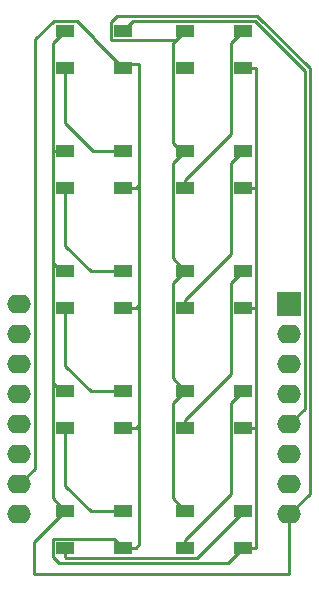
<source format=gbr>
%TF.GenerationSoftware,KiCad,Pcbnew,(5.1.7)-1*%
%TF.CreationDate,2020-11-03T00:11:48-08:00*%
%TF.ProjectId,testpcb,74657374-7063-4622-9e6b-696361645f70,rev?*%
%TF.SameCoordinates,Original*%
%TF.FileFunction,Copper,L1,Top*%
%TF.FilePolarity,Positive*%
%FSLAX46Y46*%
G04 Gerber Fmt 4.6, Leading zero omitted, Abs format (unit mm)*
G04 Created by KiCad (PCBNEW (5.1.7)-1) date 2020-11-03 00:11:48*
%MOMM*%
%LPD*%
G01*
G04 APERTURE LIST*
%TA.AperFunction,SMDPad,CuDef*%
%ADD10R,1.500000X1.000000*%
%TD*%
%TA.AperFunction,ComponentPad*%
%ADD11O,2.000000X1.600000*%
%TD*%
%TA.AperFunction,ComponentPad*%
%ADD12R,2.000000X2.000000*%
%TD*%
%TA.AperFunction,Conductor*%
%ADD13C,0.250000*%
%TD*%
G04 APERTURE END LIST*
D10*
%TO.P,devon,1*%
%TO.N,+3V3*%
X52160000Y-124130000D03*
%TO.P,devon,2*%
%TO.N,Net-(LED_Isabelle1-Pad4)*%
X52160000Y-127330000D03*
%TO.P,devon,4*%
%TO.N,Net-(amrita_led1-Pad2)*%
X57060000Y-124130000D03*
%TO.P,devon,3*%
%TO.N,GND*%
X57060000Y-127330000D03*
%TD*%
D11*
%TO.P,U1,16*%
%TO.N,Net-(U1-Pad16)*%
X48260000Y-116840000D03*
%TO.P,U1,15*%
%TO.N,Net-(U1-Pad15)*%
X48260000Y-119380000D03*
%TO.P,U1,14*%
%TO.N,Net-(U1-Pad14)*%
X48260000Y-121920000D03*
%TO.P,U1,13*%
%TO.N,Net-(U1-Pad13)*%
X48260000Y-124460000D03*
%TO.P,U1,12*%
%TO.N,Net-(R2-Pad1)*%
X48260000Y-127000000D03*
%TO.P,U1,11*%
%TO.N,Net-(R3-Pad1)*%
X48260000Y-129540000D03*
%TO.P,U1,10*%
%TO.N,GND*%
X48260000Y-132080000D03*
%TO.P,U1,9*%
%TO.N,Net-(U1-Pad9)*%
X48260000Y-134620000D03*
%TO.P,U1,8*%
%TO.N,+3V3*%
X71120000Y-134620000D03*
%TO.P,U1,7*%
%TO.N,Net-(U1-Pad7)*%
X71120000Y-132080000D03*
%TO.P,U1,6*%
%TO.N,Net-(U1-Pad6)*%
X71120000Y-129540000D03*
%TO.P,U1,5*%
%TO.N,led_sig_in*%
X71120000Y-127000000D03*
%TO.P,U1,4*%
%TO.N,Net-(U1-Pad4)*%
X71120000Y-124460000D03*
%TO.P,U1,3*%
%TO.N,Net-(R1-Pad1)*%
X71120000Y-121920000D03*
D12*
%TO.P,U1,1*%
%TO.N,Net-(U1-Pad1)*%
X71120000Y-116840000D03*
D11*
%TO.P,U1,2*%
%TO.N,Net-(U1-Pad2)*%
X71120000Y-119380000D03*
%TD*%
D10*
%TO.P,patrick,1*%
%TO.N,+3V3*%
X62320000Y-103810000D03*
%TO.P,patrick,2*%
%TO.N,Net-(billa_led1-Pad4)*%
X62320000Y-107010000D03*
%TO.P,patrick,4*%
%TO.N,Net-(gil_led1-Pad2)*%
X67220000Y-103810000D03*
%TO.P,patrick,3*%
%TO.N,GND*%
X67220000Y-107010000D03*
%TD*%
%TO.P,owen,1*%
%TO.N,+3V3*%
X52160000Y-103810000D03*
%TO.P,owen,2*%
%TO.N,Net-(amrita_led1-Pad4)*%
X52160000Y-107010000D03*
%TO.P,owen,4*%
%TO.N,Net-(chinmai_led1-Pad2)*%
X57060000Y-103810000D03*
%TO.P,owen,3*%
%TO.N,GND*%
X57060000Y-107010000D03*
%TD*%
%TO.P,keon,1*%
%TO.N,+3V3*%
X62320000Y-134290000D03*
%TO.P,keon,2*%
%TO.N,Net-(keon_led1-Pad2)*%
X62320000Y-137490000D03*
%TO.P,keon,4*%
%TO.N,Net-(LED_Isabelle1-Pad2)*%
X67220000Y-134290000D03*
%TO.P,keon,3*%
%TO.N,GND*%
X67220000Y-137490000D03*
%TD*%
%TO.P,isabelle,1*%
%TO.N,+3V3*%
X52160000Y-134290000D03*
%TO.P,isabelle,2*%
%TO.N,Net-(LED_Isabelle1-Pad2)*%
X52160000Y-137490000D03*
%TO.P,isabelle,4*%
%TO.N,Net-(LED_Isabelle1-Pad4)*%
X57060000Y-134290000D03*
%TO.P,isabelle,3*%
%TO.N,GND*%
X57060000Y-137490000D03*
%TD*%
%TO.P,gil,1*%
%TO.N,+3V3*%
X62320000Y-113970000D03*
%TO.P,gil,2*%
%TO.N,Net-(gil_led1-Pad2)*%
X62320000Y-117170000D03*
%TO.P,gil,4*%
%TO.N,Net-(gil_led1-Pad4)*%
X67220000Y-113970000D03*
%TO.P,gil,3*%
%TO.N,GND*%
X67220000Y-117170000D03*
%TD*%
%TO.P,chinmai,1*%
%TO.N,+3V3*%
X52160000Y-93650000D03*
%TO.P,chinmai,2*%
%TO.N,Net-(chinmai_led1-Pad2)*%
X52160000Y-96850000D03*
%TO.P,chinmai,4*%
%TO.N,led_sig_in*%
X57060000Y-93650000D03*
%TO.P,chinmai,3*%
%TO.N,GND*%
X57060000Y-96850000D03*
%TD*%
%TO.P,billa,1*%
%TO.N,+3V3*%
X62320000Y-93650000D03*
%TO.P,billa,2*%
%TO.N,Net-(billa_led1-Pad2)*%
X62320000Y-96850000D03*
%TO.P,billa,4*%
%TO.N,Net-(billa_led1-Pad4)*%
X67220000Y-93650000D03*
%TO.P,billa,3*%
%TO.N,GND*%
X67220000Y-96850000D03*
%TD*%
%TO.P,amrita,1*%
%TO.N,+3V3*%
X52160000Y-113970000D03*
%TO.P,amrita,2*%
%TO.N,Net-(amrita_led1-Pad2)*%
X52160000Y-117170000D03*
%TO.P,amrita,4*%
%TO.N,Net-(amrita_led1-Pad4)*%
X57060000Y-113970000D03*
%TO.P,amrita,3*%
%TO.N,GND*%
X57060000Y-117170000D03*
%TD*%
%TO.P,vasco,1*%
%TO.N,+3V3*%
X62320000Y-124130000D03*
%TO.P,vasco,2*%
%TO.N,Net-(gil_led1-Pad4)*%
X62320000Y-127330000D03*
%TO.P,vasco,4*%
%TO.N,Net-(keon_led1-Pad2)*%
X67220000Y-124130000D03*
%TO.P,vasco,3*%
%TO.N,GND*%
X67220000Y-127330000D03*
%TD*%
D13*
%TO.N,+3V3*%
X52160000Y-134290000D02*
X51740000Y-134290000D01*
X51084999Y-133214999D02*
X52160000Y-134290000D01*
X52160000Y-93650000D02*
X51084999Y-94725001D01*
X61244999Y-133214999D02*
X61244999Y-125205001D01*
X61244999Y-125205001D02*
X62320000Y-124130000D01*
X62320000Y-134290000D02*
X61244999Y-133214999D01*
X61244999Y-115045001D02*
X62320000Y-113970000D01*
X61244999Y-123054999D02*
X61244999Y-115045001D01*
X62320000Y-124130000D02*
X61244999Y-123054999D01*
X61244999Y-104885001D02*
X62320000Y-103810000D01*
X61244999Y-112894999D02*
X61244999Y-104885001D01*
X62320000Y-113970000D02*
X61244999Y-112894999D01*
X62320000Y-103810000D02*
X61900000Y-103810000D01*
X61244999Y-103154999D02*
X61244999Y-94725001D01*
X61900000Y-103810000D02*
X61244999Y-103154999D01*
X51740000Y-124130000D02*
X51084999Y-123474999D01*
X52160000Y-124130000D02*
X51740000Y-124130000D01*
X51084999Y-123474999D02*
X51084999Y-133214999D01*
X51740000Y-113970000D02*
X51084999Y-113314999D01*
X52160000Y-113970000D02*
X51740000Y-113970000D01*
X51084999Y-113314999D02*
X51084999Y-123474999D01*
X51130000Y-103810000D02*
X51084999Y-103855001D01*
X52160000Y-103810000D02*
X51130000Y-103810000D01*
X51084999Y-103855001D02*
X51084999Y-113314999D01*
X51084999Y-94725001D02*
X51084999Y-103855001D01*
X62320000Y-93650000D02*
X61244999Y-94725001D01*
X71120000Y-139700000D02*
X71120000Y-134620000D01*
X49530000Y-139700000D02*
X71120000Y-139700000D01*
X49530000Y-136920000D02*
X49530000Y-139700000D01*
X52160000Y-134290000D02*
X49530000Y-136920000D01*
X72895020Y-96853608D02*
X72895020Y-132844980D01*
X56500008Y-92374990D02*
X68416402Y-92374990D01*
X72895020Y-132844980D02*
X71120000Y-134620000D01*
X55984999Y-94410001D02*
X55984999Y-92889999D01*
X68416402Y-92374990D02*
X72895020Y-96853608D01*
X56049999Y-94475001D02*
X55984999Y-94410001D01*
X61494999Y-94475001D02*
X56049999Y-94475001D01*
X55984999Y-92889999D02*
X56500008Y-92374990D01*
X62320000Y-93650000D02*
X61494999Y-94475001D01*
%TO.N,led_sig_in*%
X72445010Y-125674990D02*
X71120000Y-127000000D01*
X72445010Y-97040008D02*
X72445010Y-125674990D01*
X68230001Y-92824999D02*
X72445010Y-97040008D01*
X57885001Y-92824999D02*
X68230001Y-92824999D01*
X57060000Y-93650000D02*
X57885001Y-92824999D01*
%TO.N,GND*%
X67220000Y-127330000D02*
X67640000Y-127330000D01*
X67220000Y-127330000D02*
X68250000Y-127330000D01*
X68250000Y-127330000D02*
X68295001Y-127284999D01*
X68250000Y-96850000D02*
X67220000Y-96850000D01*
X68295001Y-96804999D02*
X68250000Y-96850000D01*
X68250000Y-107010000D02*
X68295001Y-106964999D01*
X67220000Y-107010000D02*
X68250000Y-107010000D01*
X68295001Y-106964999D02*
X68295001Y-96804999D01*
X67220000Y-117170000D02*
X68250000Y-117170000D01*
X68250000Y-117170000D02*
X68295001Y-117124999D01*
X68295001Y-117124999D02*
X68295001Y-106964999D01*
X68295001Y-127284999D02*
X68295001Y-117124999D01*
X57060000Y-137490000D02*
X58090000Y-137490000D01*
X58090000Y-137490000D02*
X58420000Y-137160000D01*
X57390000Y-96520000D02*
X57060000Y-96850000D01*
X58420000Y-96520000D02*
X57390000Y-96520000D01*
X58090000Y-107010000D02*
X58420000Y-106680000D01*
X57060000Y-107010000D02*
X58090000Y-107010000D01*
X58420000Y-106680000D02*
X58420000Y-96520000D01*
X57060000Y-117170000D02*
X58090000Y-117170000D01*
X58090000Y-117170000D02*
X58420000Y-116840000D01*
X58420000Y-116840000D02*
X58420000Y-106680000D01*
X58090000Y-127330000D02*
X58420000Y-127000000D01*
X57060000Y-127330000D02*
X58090000Y-127330000D01*
X58420000Y-127000000D02*
X58420000Y-116840000D01*
X58420000Y-137160000D02*
X58420000Y-127000000D01*
X67220000Y-137490000D02*
X68250000Y-137490000D01*
X68295001Y-127375001D02*
X68250000Y-127330000D01*
X68295001Y-137444999D02*
X68295001Y-127375001D01*
X68250000Y-137490000D02*
X68295001Y-137444999D01*
X67220000Y-137490000D02*
X67220000Y-137250000D01*
X65944989Y-138765011D02*
X67220000Y-137490000D01*
X51600009Y-138765011D02*
X65944989Y-138765011D01*
X51084999Y-138250001D02*
X51600009Y-138765011D01*
X51084999Y-136729999D02*
X51084999Y-138250001D01*
X51149999Y-136664999D02*
X51084999Y-136729999D01*
X56234999Y-136664999D02*
X51149999Y-136664999D01*
X57060000Y-137490000D02*
X56234999Y-136664999D01*
X53170001Y-92824999D02*
X54610000Y-94264998D01*
X51149999Y-92824999D02*
X53170001Y-92824999D01*
X49585010Y-94389988D02*
X51149999Y-92824999D01*
X49585010Y-130754990D02*
X49585010Y-94389988D01*
X48260000Y-132080000D02*
X49585010Y-130754990D01*
X54610000Y-94400000D02*
X57060000Y-96850000D01*
X54610000Y-94264998D02*
X54610000Y-94400000D01*
%TO.N,Net-(LED_Isabelle1-Pad2)*%
X67220000Y-134425002D02*
X67220000Y-134290000D01*
X63330001Y-138315001D02*
X67220000Y-134425002D01*
X52235001Y-138315001D02*
X63330001Y-138315001D01*
X52160000Y-138240000D02*
X52235001Y-138315001D01*
X52160000Y-137490000D02*
X52160000Y-138240000D01*
%TO.N,Net-(amrita_led1-Pad2)*%
X52160000Y-117170000D02*
X52160000Y-122010000D01*
X54280000Y-124130000D02*
X57060000Y-124130000D01*
X52160000Y-122010000D02*
X54280000Y-124130000D01*
%TO.N,Net-(amrita_led1-Pad4)*%
X52160000Y-107010000D02*
X52160000Y-111850000D01*
X54280000Y-113970000D02*
X57060000Y-113970000D01*
X52160000Y-111850000D02*
X54280000Y-113970000D01*
%TO.N,Net-(billa_led1-Pad4)*%
X66144999Y-94725001D02*
X67220000Y-93650000D01*
X66144999Y-102435001D02*
X66144999Y-94725001D01*
X62320000Y-106260000D02*
X66144999Y-102435001D01*
X62320000Y-107010000D02*
X62320000Y-106260000D01*
%TO.N,Net-(chinmai_led1-Pad2)*%
X52160000Y-96850000D02*
X52160000Y-101510000D01*
X54460000Y-103810000D02*
X57060000Y-103810000D01*
X52160000Y-101510000D02*
X54460000Y-103810000D01*
%TO.N,Net-(LED_Isabelle1-Pad4)*%
X52160000Y-127330000D02*
X52160000Y-132170000D01*
X54280000Y-134290000D02*
X57060000Y-134290000D01*
X52160000Y-132170000D02*
X54280000Y-134290000D01*
%TO.N,Net-(gil_led1-Pad2)*%
X66144999Y-104885001D02*
X67220000Y-103810000D01*
X66144999Y-112595001D02*
X66144999Y-104885001D01*
X62320000Y-116420000D02*
X66144999Y-112595001D01*
X62320000Y-117170000D02*
X62320000Y-116420000D01*
%TO.N,Net-(gil_led1-Pad4)*%
X66144999Y-115045001D02*
X67220000Y-113970000D01*
X66144999Y-122755001D02*
X66144999Y-115045001D01*
X62320000Y-126580000D02*
X66144999Y-122755001D01*
X62320000Y-127330000D02*
X62320000Y-126580000D01*
%TO.N,Net-(keon_led1-Pad2)*%
X66144999Y-125205001D02*
X67220000Y-124130000D01*
X66144999Y-132915001D02*
X66144999Y-125205001D01*
X62320000Y-136740000D02*
X66144999Y-132915001D01*
X62320000Y-137490000D02*
X62320000Y-136740000D01*
%TD*%
M02*

</source>
